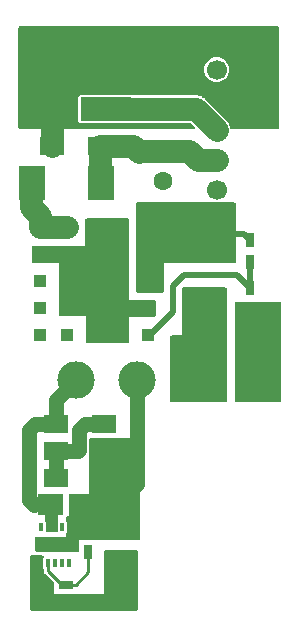
<source format=gtl>
G04 #@! TF.GenerationSoftware,KiCad,Pcbnew,(6.0.7)*
G04 #@! TF.CreationDate,2022-08-26T22:18:19+02:00*
G04 #@! TF.ProjectId,a1200_pwr,61313230-305f-4707-9772-2e6b69636164,2*
G04 #@! TF.SameCoordinates,Original*
G04 #@! TF.FileFunction,Copper,L1,Top*
G04 #@! TF.FilePolarity,Positive*
%FSLAX46Y46*%
G04 Gerber Fmt 4.6, Leading zero omitted, Abs format (unit mm)*
G04 Created by KiCad (PCBNEW (6.0.7)) date 2022-08-26 22:18:19*
%MOMM*%
%LPD*%
G01*
G04 APERTURE LIST*
G04 #@! TA.AperFunction,ComponentPad*
%ADD10C,1.600000*%
G04 #@! TD*
G04 #@! TA.AperFunction,ComponentPad*
%ADD11R,1.600000X1.600000*%
G04 #@! TD*
G04 #@! TA.AperFunction,SMDPad,CuDef*
%ADD12R,1.060000X1.060000*%
G04 #@! TD*
G04 #@! TA.AperFunction,SMDPad,CuDef*
%ADD13R,0.400000X0.750000*%
G04 #@! TD*
G04 #@! TA.AperFunction,SMDPad,CuDef*
%ADD14R,3.000000X0.800000*%
G04 #@! TD*
G04 #@! TA.AperFunction,ComponentPad*
%ADD15C,1.700000*%
G04 #@! TD*
G04 #@! TA.AperFunction,ComponentPad*
%ADD16C,2.286000*%
G04 #@! TD*
G04 #@! TA.AperFunction,ComponentPad*
%ADD17C,3.175000*%
G04 #@! TD*
G04 #@! TA.AperFunction,ComponentPad*
%ADD18R,4.200000X2.000000*%
G04 #@! TD*
G04 #@! TA.AperFunction,ComponentPad*
%ADD19R,2.000000X4.200000*%
G04 #@! TD*
G04 #@! TA.AperFunction,SMDPad,CuDef*
%ADD20R,1.470000X3.000000*%
G04 #@! TD*
G04 #@! TA.AperFunction,SMDPad,CuDef*
%ADD21R,2.000000X1.600000*%
G04 #@! TD*
G04 #@! TA.AperFunction,SMDPad,CuDef*
%ADD22R,0.750000X1.200000*%
G04 #@! TD*
G04 #@! TA.AperFunction,SMDPad,CuDef*
%ADD23R,2.200000X3.000000*%
G04 #@! TD*
G04 #@! TA.AperFunction,SMDPad,CuDef*
%ADD24R,1.200000X0.750000*%
G04 #@! TD*
G04 #@! TA.AperFunction,SMDPad,CuDef*
%ADD25R,1.800000X3.500000*%
G04 #@! TD*
G04 #@! TA.AperFunction,SMDPad,CuDef*
%ADD26R,1.500000X1.250000*%
G04 #@! TD*
G04 #@! TA.AperFunction,ViaPad*
%ADD27C,0.800000*%
G04 #@! TD*
G04 #@! TA.AperFunction,ViaPad*
%ADD28C,1.200000*%
G04 #@! TD*
G04 #@! TA.AperFunction,Conductor*
%ADD29C,1.905000*%
G04 #@! TD*
G04 #@! TA.AperFunction,Conductor*
%ADD30C,2.800000*%
G04 #@! TD*
G04 #@! TA.AperFunction,Conductor*
%ADD31C,0.508000*%
G04 #@! TD*
G04 #@! TA.AperFunction,Conductor*
%ADD32C,1.270000*%
G04 #@! TD*
G04 #@! TA.AperFunction,Conductor*
%ADD33C,0.250000*%
G04 #@! TD*
G04 #@! TA.AperFunction,Conductor*
%ADD34C,3.000000*%
G04 #@! TD*
G04 #@! TA.AperFunction,Conductor*
%ADD35C,0.254000*%
G04 #@! TD*
G04 APERTURE END LIST*
D10*
X151010283Y-93511755D03*
D11*
X151010283Y-91011755D03*
D12*
X140562883Y-97429955D03*
X140562883Y-99719955D03*
X140562883Y-102009955D03*
X140562883Y-104299955D03*
X140562883Y-106589955D03*
X142852883Y-97429955D03*
X142852883Y-99719955D03*
X142852883Y-102009955D03*
X142852883Y-104299955D03*
X142852883Y-106589955D03*
X145142883Y-97429955D03*
X145142883Y-99719955D03*
X145142883Y-102009955D03*
X145142883Y-104299955D03*
X145142883Y-106589955D03*
X147432883Y-97429955D03*
X147432883Y-99719955D03*
X147432883Y-102009955D03*
X147432883Y-104299955D03*
X147432883Y-106589955D03*
X149722883Y-97429955D03*
X149722883Y-99719955D03*
X149722883Y-102009955D03*
X149722883Y-104299955D03*
X149722883Y-106589955D03*
D13*
X143053583Y-122843305D03*
X142453583Y-122843305D03*
X141853583Y-122843305D03*
X141253583Y-122843305D03*
X140653583Y-122843305D03*
X140653583Y-125893305D03*
X141253583Y-125893305D03*
X141853583Y-125893305D03*
X142453583Y-125893305D03*
X143053583Y-125893305D03*
D14*
X141853583Y-124193305D03*
D15*
X155528883Y-84104355D03*
X155528883Y-89184355D03*
X155528883Y-91724355D03*
X155528883Y-94264355D03*
D16*
X147987883Y-82985355D03*
X150476883Y-82985355D03*
X152965883Y-82985355D03*
D17*
X159021883Y-110394355D03*
X153891883Y-110394355D03*
X148761883Y-110394355D03*
X143631883Y-110394355D03*
D18*
X146128883Y-81436955D03*
X146128883Y-87436955D03*
D19*
X141428883Y-84436955D03*
D20*
X154386883Y-97114555D03*
X154386883Y-104414555D03*
D21*
X145618883Y-90529155D03*
X141618883Y-90529155D03*
X154699883Y-107343955D03*
X158699883Y-107343955D03*
D22*
X158363583Y-102609355D03*
X158363583Y-104509355D03*
X158338183Y-98494555D03*
X158338183Y-100394555D03*
D23*
X139906083Y-93678755D03*
X145706083Y-93678755D03*
D22*
X144672983Y-123024605D03*
X144672983Y-124924605D03*
D24*
X142790883Y-127695705D03*
X140890883Y-127695705D03*
D25*
X147517783Y-122008005D03*
X147517783Y-127008005D03*
D21*
X145949083Y-118653305D03*
X141949083Y-118653305D03*
X145961783Y-116367305D03*
X141961783Y-116367305D03*
D26*
X144030683Y-120913905D03*
X141530683Y-120913905D03*
D21*
X145961783Y-114068605D03*
X141961783Y-114068605D03*
D27*
X160433683Y-107293155D03*
X160433683Y-105972355D03*
X159341483Y-105972355D03*
X158350883Y-105959655D03*
X143995283Y-100860755D03*
X143995283Y-103146755D03*
X146281283Y-103129821D03*
X146281283Y-100826888D03*
X146281283Y-98523955D03*
X146281283Y-105432755D03*
X159366883Y-86427055D03*
X159366883Y-82871055D03*
X157131683Y-86414355D03*
X159366883Y-84649055D03*
X141434483Y-81334355D03*
X159354183Y-88446355D03*
X144774583Y-129219705D03*
X142691783Y-129219705D03*
X140608983Y-129219705D03*
X143847483Y-116341905D03*
D28*
X148978283Y-91037155D03*
D29*
X151010283Y-91011755D02*
X149003683Y-91011755D01*
X149003683Y-91011755D02*
X148978283Y-91037155D01*
D30*
X154528183Y-107572555D02*
X154528183Y-104555855D01*
X154528183Y-104555855D02*
X154386883Y-104414555D01*
D31*
X154386883Y-97114555D02*
X155275883Y-98003555D01*
X155275883Y-98003555D02*
X157847183Y-98003555D01*
X157847183Y-98003555D02*
X158338183Y-98494555D01*
D29*
X148470283Y-90529155D02*
X148978283Y-91037155D01*
X145618883Y-90529155D02*
X148470283Y-90529155D01*
D32*
X147517783Y-122008005D02*
X147517783Y-120412255D01*
X147517783Y-120412255D02*
X148761883Y-119168155D01*
X148761883Y-119168155D02*
X148761883Y-110394355D01*
X141961783Y-114068605D02*
X141961783Y-112064455D01*
X141961783Y-112064455D02*
X143631883Y-110394355D01*
D29*
X141618883Y-90529155D02*
X141618883Y-84626955D01*
D33*
X141618883Y-84626955D02*
X141428883Y-84436955D01*
D29*
X145618883Y-90529155D02*
X145618883Y-93591555D01*
X145618883Y-93591555D02*
X145706083Y-93678755D01*
X139808883Y-95761555D02*
X140562883Y-96515555D01*
X139906083Y-93678755D02*
X139808883Y-93775955D01*
X139808883Y-93775955D02*
X139808883Y-95761555D01*
X140562883Y-96515555D02*
X140562883Y-97429955D01*
X155528883Y-91724355D02*
X153907283Y-91724355D01*
X153907283Y-91724355D02*
X153194683Y-91011755D01*
X153194683Y-91011755D02*
X151010283Y-91011755D01*
D31*
X149722883Y-106589955D02*
X149924683Y-106589955D01*
X149924683Y-106589955D02*
X151873883Y-104640755D01*
X151873883Y-104640755D02*
X151873883Y-102416355D01*
X151873883Y-102416355D02*
X152762883Y-101527355D01*
X152762883Y-101527355D02*
X157281583Y-101527355D01*
X157281583Y-101527355D02*
X158363583Y-102609355D01*
X158363583Y-104509355D02*
X158363583Y-105946955D01*
X158338183Y-102583955D02*
X158363583Y-102609355D01*
X158338183Y-100394555D02*
X158338183Y-102583955D01*
X158363583Y-105946955D02*
X158350883Y-105959655D01*
D32*
X145142883Y-106589955D02*
X145142883Y-104299955D01*
X142852883Y-104299955D02*
X149722883Y-104299955D01*
X142852883Y-102009955D02*
X147432883Y-102009955D01*
X142852883Y-104299955D02*
X142852883Y-99719955D01*
X140562883Y-99719955D02*
X147432883Y-99719955D01*
X145142883Y-99719955D02*
X145142883Y-97429955D01*
X147432883Y-97429955D02*
X147432883Y-106589955D01*
X145142883Y-104299955D02*
X145142883Y-99719955D01*
X146281283Y-100835355D02*
X146281283Y-103121355D01*
X146281283Y-103121355D02*
X146281283Y-105432755D01*
X146281283Y-106550355D02*
X146306683Y-106575755D01*
X146281283Y-105432755D02*
X146281283Y-106550355D01*
X147432883Y-106589955D02*
X146306683Y-106575755D01*
X146306683Y-106575755D02*
X145142883Y-106589955D01*
X144020683Y-100835355D02*
X143995283Y-100860755D01*
X146281283Y-100835355D02*
X144020683Y-100835355D01*
X143995283Y-103146755D02*
X143995283Y-100860755D01*
X146255883Y-103146755D02*
X146281283Y-103121355D01*
X143995283Y-103146755D02*
X146255883Y-103146755D01*
X143993683Y-100860755D02*
X142852883Y-99719955D01*
X143995283Y-100860755D02*
X143993683Y-100860755D01*
X143995283Y-103157555D02*
X142852883Y-104299955D01*
X143995283Y-103146755D02*
X143995283Y-103157555D01*
X145142883Y-97429955D02*
X147432883Y-97429955D01*
X141949083Y-116380005D02*
X141961783Y-116367305D01*
X141949083Y-118653305D02*
X141949083Y-116380005D01*
X143822083Y-116367305D02*
X143847483Y-116341905D01*
X141961783Y-116367305D02*
X143822083Y-116367305D01*
X143847483Y-114589305D02*
X144355483Y-114081305D01*
X143847483Y-116341905D02*
X143847483Y-114589305D01*
X145949083Y-114081305D02*
X145961783Y-114068605D01*
X144355483Y-114081305D02*
X145949083Y-114081305D01*
X146281283Y-98079455D02*
X146281283Y-100835355D01*
X146293983Y-98066755D02*
X146281283Y-98079455D01*
X139643783Y-120545605D02*
X140024783Y-120926605D01*
X139643783Y-114589305D02*
X139643783Y-120545605D01*
X141961783Y-114068605D02*
X140164483Y-114068605D01*
X140164483Y-114068605D02*
X139643783Y-114589305D01*
X140012083Y-120913905D02*
X141530683Y-120913905D01*
X139643783Y-120545605D02*
X140012083Y-120913905D01*
X141974483Y-114055905D02*
X141961783Y-114068605D01*
X147517783Y-122008005D02*
X147837583Y-122008005D01*
X148927483Y-110559955D02*
X148761883Y-110394355D01*
D34*
X154041883Y-110394355D02*
X154041883Y-108058855D01*
X153891883Y-110544355D02*
X154041883Y-110394355D01*
D35*
X141253583Y-126522305D02*
X141253583Y-125893305D01*
X142426983Y-127695705D02*
X141253583Y-126522305D01*
X142790883Y-127695705D02*
X142426983Y-127695705D01*
X144672983Y-126667605D02*
X144672983Y-125778605D01*
X144672983Y-125778605D02*
X144672983Y-124924605D01*
X143644883Y-127695705D02*
X144672983Y-126667605D01*
X142790883Y-127695705D02*
X143644883Y-127695705D01*
D29*
X142852883Y-97429955D02*
X140562883Y-97429955D01*
X149722883Y-97429955D02*
X149722883Y-102009955D01*
X145935483Y-87430355D02*
X145928883Y-87436955D01*
X155528883Y-89184355D02*
X153774883Y-87430355D01*
X153774883Y-87430355D02*
X145935483Y-87430355D01*
G04 #@! TA.AperFunction,Conductor*
G36*
X148945568Y-115339686D02*
G01*
X148992180Y-115393239D01*
X149003683Y-115445835D01*
X149003683Y-123835905D01*
X148983681Y-123904026D01*
X148930025Y-123950519D01*
X148877683Y-123961905D01*
X143910983Y-123961905D01*
X143910983Y-124775705D01*
X143890981Y-124843826D01*
X143837325Y-124890319D01*
X143784983Y-124901705D01*
X140266149Y-124901705D01*
X140198028Y-124881703D01*
X140151535Y-124828047D01*
X140140149Y-124775972D01*
X140138302Y-123904026D01*
X140138019Y-123770693D01*
X140157877Y-123702532D01*
X140211434Y-123655926D01*
X140264018Y-123644428D01*
X141426462Y-123644417D01*
X142793383Y-123644405D01*
X142793383Y-123408192D01*
X142814618Y-123338190D01*
X142835556Y-123306855D01*
X142835558Y-123306851D01*
X142842450Y-123296536D01*
X142854083Y-123238053D01*
X142854083Y-122448557D01*
X142842450Y-122390074D01*
X142835558Y-122379759D01*
X142835556Y-122379755D01*
X142814618Y-122348420D01*
X142793383Y-122278418D01*
X142793383Y-122030505D01*
X142813385Y-121962384D01*
X142867041Y-121915891D01*
X142919383Y-121904505D01*
X143034683Y-121904505D01*
X143034683Y-120125505D01*
X143054685Y-120057384D01*
X143108341Y-120010891D01*
X143160683Y-119999505D01*
X144711083Y-119999505D01*
X144711083Y-115454801D01*
X144731085Y-115386680D01*
X144784741Y-115340187D01*
X144836803Y-115328801D01*
X148877404Y-115319835D01*
X148945568Y-115339686D01*
G37*
G04 #@! TD.AperFunction*
G04 #@! TA.AperFunction,Conductor*
G36*
X148806104Y-124782007D02*
G01*
X148852597Y-124835663D01*
X148863983Y-124888005D01*
X148863983Y-129772655D01*
X148843981Y-129840776D01*
X148790325Y-129887269D01*
X148737983Y-129898655D01*
X139845983Y-129898655D01*
X139777862Y-129878653D01*
X139731369Y-129824997D01*
X139719983Y-129772655D01*
X139719983Y-125345205D01*
X139739985Y-125277084D01*
X139793641Y-125230591D01*
X139845983Y-125219205D01*
X140775083Y-125219205D01*
X140843204Y-125239207D01*
X140889697Y-125292863D01*
X140901083Y-125345205D01*
X140901083Y-125347425D01*
X140879847Y-125417428D01*
X140871611Y-125429754D01*
X140871610Y-125429757D01*
X140864716Y-125440074D01*
X140853083Y-125498557D01*
X140853083Y-126288053D01*
X140864716Y-126346536D01*
X140871610Y-126356853D01*
X140871611Y-126356856D01*
X140879847Y-126369182D01*
X140901083Y-126439185D01*
X140901083Y-126794005D01*
X141009938Y-126794005D01*
X141078059Y-126814007D01*
X141099034Y-126830910D01*
X141740479Y-127472356D01*
X141774504Y-127534668D01*
X141777383Y-127561451D01*
X141777383Y-128483105D01*
X146019183Y-128483105D01*
X146019183Y-124888005D01*
X146039185Y-124819884D01*
X146092841Y-124773391D01*
X146145183Y-124762005D01*
X148737983Y-124762005D01*
X148806104Y-124782007D01*
G37*
G04 #@! TD.AperFunction*
G04 #@! TA.AperFunction,Conductor*
G36*
X160756804Y-80439957D02*
G01*
X160803297Y-80493613D01*
X160814683Y-80545955D01*
X160814683Y-89006155D01*
X160794681Y-89074276D01*
X160741025Y-89120769D01*
X160688683Y-89132155D01*
X156795802Y-89132155D01*
X156727681Y-89112153D01*
X156681188Y-89058497D01*
X156670675Y-89020965D01*
X156662198Y-88949343D01*
X156661519Y-88943606D01*
X156598680Y-88741231D01*
X156539234Y-88628243D01*
X156502706Y-88558814D01*
X156502704Y-88558812D01*
X156500013Y-88553696D01*
X156423550Y-88456703D01*
X156395055Y-88420557D01*
X156395053Y-88420554D01*
X156392752Y-88417636D01*
X154620685Y-86645569D01*
X154615048Y-86639552D01*
X154575763Y-86594756D01*
X154571956Y-86590415D01*
X154567420Y-86586839D01*
X154501890Y-86535179D01*
X154499327Y-86533103D01*
X154435188Y-86479759D01*
X154435184Y-86479756D01*
X154430747Y-86476066D01*
X154425713Y-86473247D01*
X154423301Y-86471589D01*
X154412606Y-86464443D01*
X154410082Y-86462804D01*
X154405542Y-86459225D01*
X154326627Y-86417706D01*
X154323732Y-86416134D01*
X154250908Y-86375351D01*
X154250903Y-86375349D01*
X154245859Y-86372524D01*
X154240387Y-86370667D01*
X154237652Y-86369449D01*
X154225844Y-86364376D01*
X154223114Y-86363245D01*
X154218007Y-86360558D01*
X154212496Y-86358847D01*
X154212494Y-86358846D01*
X154132807Y-86334103D01*
X154129669Y-86333083D01*
X154050673Y-86306267D01*
X154050671Y-86306267D01*
X154045199Y-86304409D01*
X154039474Y-86303579D01*
X154036629Y-86302896D01*
X154024067Y-86300053D01*
X154021154Y-86299434D01*
X154015632Y-86297719D01*
X154009897Y-86297040D01*
X154009896Y-86297040D01*
X153960573Y-86291203D01*
X153927035Y-86287233D01*
X153923775Y-86286804D01*
X153908260Y-86284554D01*
X153841198Y-86274830D01*
X153841194Y-86274830D01*
X153835485Y-86274002D01*
X153752610Y-86277258D01*
X153747664Y-86277355D01*
X148389136Y-86277355D01*
X148329137Y-86259155D01*
X148328898Y-86259732D01*
X148323037Y-86257304D01*
X148319136Y-86256121D01*
X148307114Y-86248088D01*
X148248631Y-86236455D01*
X144009135Y-86236455D01*
X144003067Y-86237662D01*
X143962822Y-86245667D01*
X143962821Y-86245667D01*
X143950652Y-86248088D01*
X143940336Y-86254981D01*
X143934089Y-86259155D01*
X143884331Y-86292403D01*
X143840016Y-86358724D01*
X143837595Y-86370893D01*
X143837595Y-86370894D01*
X143829590Y-86411139D01*
X143828383Y-86417207D01*
X143828383Y-88456703D01*
X143840016Y-88515186D01*
X143884331Y-88581507D01*
X143950652Y-88625822D01*
X143962821Y-88628243D01*
X143962822Y-88628243D01*
X144003067Y-88636248D01*
X144009135Y-88637455D01*
X148248631Y-88637455D01*
X148307114Y-88625822D01*
X148338890Y-88604589D01*
X148408891Y-88583355D01*
X153245105Y-88583355D01*
X153313226Y-88603357D01*
X153334200Y-88620260D01*
X153631000Y-88917060D01*
X153665026Y-88979372D01*
X153659961Y-89050187D01*
X153617414Y-89107023D01*
X153550894Y-89131834D01*
X153541905Y-89132155D01*
X138868083Y-89132155D01*
X138799962Y-89112153D01*
X138753469Y-89058497D01*
X138742083Y-89006155D01*
X138742083Y-84089617D01*
X154473403Y-84089617D01*
X154490642Y-84294908D01*
X154547427Y-84492941D01*
X154550242Y-84498418D01*
X154550243Y-84498421D01*
X154571130Y-84539062D01*
X154641595Y-84676173D01*
X154769560Y-84837625D01*
X154926447Y-84971146D01*
X155106281Y-85071652D01*
X155201121Y-85102468D01*
X155296354Y-85133411D01*
X155296358Y-85133412D01*
X155302212Y-85135314D01*
X155506777Y-85159706D01*
X155512912Y-85159234D01*
X155512914Y-85159234D01*
X155568922Y-85154924D01*
X155712183Y-85143901D01*
X155718113Y-85142245D01*
X155718115Y-85142245D01*
X155904680Y-85090155D01*
X155904679Y-85090155D01*
X155910608Y-85088500D01*
X155916097Y-85085727D01*
X155916103Y-85085725D01*
X156088999Y-84998388D01*
X156094493Y-84995613D01*
X156256834Y-84868779D01*
X156391447Y-84712827D01*
X156412270Y-84676173D01*
X156490159Y-84539062D01*
X156493206Y-84533699D01*
X156558234Y-84338218D01*
X156584054Y-84133829D01*
X156584466Y-84104355D01*
X156564363Y-83899325D01*
X156504818Y-83702104D01*
X156408101Y-83520204D01*
X156334742Y-83430257D01*
X156281789Y-83365330D01*
X156281786Y-83365327D01*
X156277894Y-83360555D01*
X156260669Y-83346305D01*
X156123908Y-83233166D01*
X156123904Y-83233164D01*
X156119158Y-83229237D01*
X155937938Y-83131252D01*
X155741137Y-83070332D01*
X155735012Y-83069688D01*
X155735011Y-83069688D01*
X155542381Y-83049442D01*
X155542379Y-83049442D01*
X155536252Y-83048798D01*
X155449412Y-83056701D01*
X155337225Y-83066910D01*
X155337222Y-83066911D01*
X155331086Y-83067469D01*
X155133455Y-83125635D01*
X154950885Y-83221081D01*
X154946084Y-83224941D01*
X154946081Y-83224943D01*
X154935854Y-83233166D01*
X154790330Y-83350170D01*
X154657907Y-83507985D01*
X154654939Y-83513383D01*
X154654936Y-83513388D01*
X154648198Y-83525645D01*
X154558659Y-83688517D01*
X154496367Y-83884887D01*
X154495681Y-83891004D01*
X154495680Y-83891008D01*
X154474090Y-84083492D01*
X154473403Y-84089617D01*
X138742083Y-84089617D01*
X138742083Y-80545955D01*
X138762085Y-80477834D01*
X138815741Y-80431341D01*
X138868083Y-80419955D01*
X160688683Y-80419955D01*
X160756804Y-80439957D01*
G37*
G04 #@! TD.AperFunction*
G04 #@! TA.AperFunction,Conductor*
G36*
X142512521Y-120042498D02*
G01*
X142538241Y-120087047D01*
X142539383Y-120100105D01*
X142539383Y-121727705D01*
X142521790Y-121776043D01*
X142477241Y-121801763D01*
X142464183Y-121802905D01*
X142069483Y-121802905D01*
X142069483Y-122367383D01*
X142065077Y-122389533D01*
X142064716Y-122390074D01*
X142053083Y-122448557D01*
X142053083Y-123187244D01*
X142035490Y-123235582D01*
X141990941Y-123261302D01*
X141977923Y-123262444D01*
X141129318Y-123262849D01*
X141080973Y-123245279D01*
X141055232Y-123200743D01*
X141054083Y-123187649D01*
X141054083Y-122448557D01*
X141042450Y-122390074D01*
X141028056Y-122368533D01*
X141015383Y-122326755D01*
X141015383Y-121790708D01*
X140468221Y-121790266D01*
X140419899Y-121772633D01*
X140394215Y-121728065D01*
X140393083Y-121715066D01*
X140393083Y-120100105D01*
X140410676Y-120051767D01*
X140455225Y-120026047D01*
X140468283Y-120024905D01*
X142464183Y-120024905D01*
X142512521Y-120042498D01*
G37*
G04 #@! TD.AperFunction*
G04 #@! TA.AperFunction,Conductor*
G36*
X156337204Y-102563357D02*
G01*
X156383697Y-102617013D01*
X156395083Y-102669355D01*
X156395083Y-108410755D01*
X156400402Y-108410755D01*
X156407967Y-108436520D01*
X156415378Y-108448050D01*
X156420483Y-108483553D01*
X156420483Y-112094755D01*
X156400481Y-112162876D01*
X156346825Y-112209369D01*
X156294483Y-112220755D01*
X151720483Y-112220755D01*
X151652362Y-112200753D01*
X151605869Y-112147097D01*
X151594483Y-112094755D01*
X151594483Y-106733355D01*
X151614485Y-106665234D01*
X151668141Y-106618741D01*
X151720483Y-106607355D01*
X152585083Y-106607355D01*
X152585083Y-102669355D01*
X152605085Y-102601234D01*
X152658741Y-102554741D01*
X152711083Y-102543355D01*
X156269083Y-102543355D01*
X156337204Y-102563357D01*
G37*
G04 #@! TD.AperFunction*
G04 #@! TA.AperFunction,Conductor*
G36*
X160960004Y-103757157D02*
G01*
X161006497Y-103810813D01*
X161017883Y-103863155D01*
X161017883Y-112094755D01*
X160997881Y-112162876D01*
X160944225Y-112209369D01*
X160891883Y-112220755D01*
X157181483Y-112220755D01*
X157113362Y-112200753D01*
X157066869Y-112147097D01*
X157055483Y-112094755D01*
X157055483Y-103863155D01*
X157075485Y-103795034D01*
X157129141Y-103748541D01*
X157181483Y-103737155D01*
X160891883Y-103737155D01*
X160960004Y-103757157D01*
G37*
G04 #@! TD.AperFunction*
G04 #@! TA.AperFunction,Conductor*
G36*
X157099204Y-95349757D02*
G01*
X157145697Y-95403413D01*
X157157083Y-95455755D01*
X157157083Y-100359955D01*
X157137081Y-100428076D01*
X157083425Y-100474569D01*
X157031083Y-100485955D01*
X151035683Y-100485955D01*
X151035683Y-102849155D01*
X151015681Y-102917276D01*
X150962025Y-102963769D01*
X150909683Y-102975155D01*
X148824883Y-102975155D01*
X148756762Y-102955153D01*
X148710269Y-102901497D01*
X148698883Y-102849155D01*
X148698883Y-95455755D01*
X148718885Y-95387634D01*
X148772541Y-95341141D01*
X148824883Y-95329755D01*
X157031083Y-95329755D01*
X157099204Y-95349757D01*
G37*
G04 #@! TD.AperFunction*
G04 #@! TA.AperFunction,Conductor*
G36*
X148049521Y-96717802D02*
G01*
X148096014Y-96771458D01*
X148107400Y-96823800D01*
X148107400Y-103606600D01*
X150267400Y-103606600D01*
X150335521Y-103626602D01*
X150382014Y-103680258D01*
X150393400Y-103732600D01*
X150393400Y-104877600D01*
X150373398Y-104945721D01*
X150319742Y-104992214D01*
X150267400Y-105003600D01*
X148107400Y-105003600D01*
X148107400Y-107138200D01*
X148087398Y-107206321D01*
X148033742Y-107252814D01*
X147981400Y-107264200D01*
X144550400Y-107264200D01*
X144482279Y-107244198D01*
X144435786Y-107190542D01*
X144424400Y-107138200D01*
X144424400Y-104978200D01*
X142289800Y-104978200D01*
X142221679Y-104958198D01*
X142175186Y-104904542D01*
X142163800Y-104852200D01*
X142163800Y-100431600D01*
X139978400Y-100431600D01*
X139910279Y-100411598D01*
X139863786Y-100357942D01*
X139852400Y-100305600D01*
X139852400Y-99135200D01*
X139872402Y-99067079D01*
X139926058Y-99020586D01*
X139978400Y-99009200D01*
X144399000Y-99009200D01*
X144399000Y-96823800D01*
X144419002Y-96755679D01*
X144472658Y-96709186D01*
X144525000Y-96697800D01*
X147981400Y-96697800D01*
X148049521Y-96717802D01*
G37*
G04 #@! TD.AperFunction*
M02*

</source>
